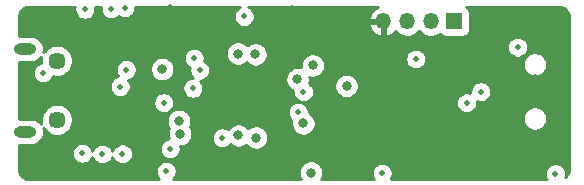
<source format=gbr>
%TF.GenerationSoftware,KiCad,Pcbnew,(5.1.8-0-10_14)*%
%TF.CreationDate,2021-04-16T18:19:52+02:00*%
%TF.ProjectId,SimpleCANAdapter,53696d70-6c65-4434-914e-416461707465,rev?*%
%TF.SameCoordinates,Original*%
%TF.FileFunction,Copper,L2,Inr*%
%TF.FilePolarity,Positive*%
%FSLAX46Y46*%
G04 Gerber Fmt 4.6, Leading zero omitted, Abs format (unit mm)*
G04 Created by KiCad (PCBNEW (5.1.8-0-10_14)) date 2021-04-16 18:19:52*
%MOMM*%
%LPD*%
G01*
G04 APERTURE LIST*
%TA.AperFunction,ComponentPad*%
%ADD10C,1.450000*%
%TD*%
%TA.AperFunction,ComponentPad*%
%ADD11O,1.900000X0.950000*%
%TD*%
%TA.AperFunction,ComponentPad*%
%ADD12R,1.350000X1.350000*%
%TD*%
%TA.AperFunction,ComponentPad*%
%ADD13O,1.350000X1.350000*%
%TD*%
%TA.AperFunction,ViaPad*%
%ADD14C,0.500000*%
%TD*%
%TA.AperFunction,ViaPad*%
%ADD15C,0.800000*%
%TD*%
%TA.AperFunction,Conductor*%
%ADD16C,0.254000*%
%TD*%
%TA.AperFunction,Conductor*%
%ADD17C,0.100000*%
%TD*%
G04 APERTURE END LIST*
D10*
%TO.N,N/C*%
%TO.C,J2*%
X71750000Y-86300000D03*
X71750000Y-91300000D03*
D11*
X69050000Y-85300000D03*
X69050000Y-92300000D03*
%TD*%
D12*
%TO.N,+3V3*%
%TO.C,J3*%
X105390000Y-82960000D03*
D13*
%TO.N,SWDIO*%
X103390000Y-82960000D03*
%TO.N,SWCLK*%
X101390000Y-82960000D03*
%TO.N,GNDREF*%
X99390000Y-82960000D03*
%TD*%
D14*
%TO.N,GNDREF*%
X110150000Y-95000000D03*
X95840000Y-95760000D03*
X72600000Y-84400000D03*
X112240000Y-87640000D03*
X73080000Y-92450000D03*
X74680000Y-92390000D03*
X73740000Y-86020000D03*
X76080000Y-86440000D03*
X79780000Y-81890000D03*
X75010002Y-83760000D03*
X88960000Y-95430000D03*
X86350000Y-84500000D03*
X102900000Y-92820000D03*
X78110000Y-94750000D03*
X79250000Y-94570000D03*
X106270000Y-87929996D03*
X71170000Y-95250000D03*
X102030000Y-87710000D03*
X91650000Y-81860000D03*
X92335991Y-82535991D03*
X100560000Y-94970000D03*
D15*
X86570000Y-87800000D03*
X86090000Y-90110000D03*
X87960000Y-90820000D03*
D14*
X83814990Y-93445000D03*
D15*
X87990000Y-87800000D03*
D14*
X81290000Y-81770000D03*
X88133616Y-96050740D03*
X109850000Y-86800000D03*
D15*
X70560000Y-90040000D03*
%TO.N,+3V3*%
X82160000Y-92500000D03*
D14*
X87600000Y-82550000D03*
X113950000Y-95850000D03*
D15*
X82070000Y-91380000D03*
D14*
X110740000Y-85140000D03*
X99277993Y-95802007D03*
X81320000Y-93750000D03*
X80999992Y-95660008D03*
X102110000Y-86150000D03*
D15*
X87070000Y-85690000D03*
X88550000Y-85750000D03*
X87110000Y-92620000D03*
X88610000Y-92800000D03*
X80660000Y-87000000D03*
D14*
%TO.N,+5V*%
X73890000Y-94140000D03*
X75590000Y-94190000D03*
X77290000Y-94180000D03*
X74110000Y-81950000D03*
X76330000Y-81880000D03*
X77090000Y-88480000D03*
X77480000Y-81830000D03*
D15*
%TO.N,BLUE_LED*%
X93250000Y-95762000D03*
X92100000Y-87860000D03*
D14*
%TO.N,Net-(F1-Pad2)*%
X70570000Y-87320000D03*
%TO.N,CAN_H*%
X106420000Y-89860000D03*
%TO.N,CAN_L*%
X107620000Y-88904990D03*
D15*
%TO.N,CAN_TX*%
X93403692Y-86697842D03*
%TO.N,CAN_RX*%
X96270000Y-88430000D03*
D14*
%TO.N,USART_RX*%
X83360000Y-86080000D03*
D15*
X92599990Y-91594620D03*
D14*
X85730000Y-92810000D03*
%TO.N,Net-(U4-Pad3)*%
X83826063Y-87093939D03*
X77610000Y-87040000D03*
%TO.N,Net-(U4-Pad4)*%
X83250000Y-88640000D03*
X80780000Y-89840000D03*
%TO.N,PIN3*%
X92160000Y-90640000D03*
X92615000Y-88915000D03*
%TD*%
D16*
%TO.N,GNDREF*%
X73225000Y-81862835D02*
X73225000Y-82037165D01*
X73259010Y-82208145D01*
X73325723Y-82369205D01*
X73422576Y-82514155D01*
X73545845Y-82637424D01*
X73690795Y-82734277D01*
X73851855Y-82800990D01*
X74022835Y-82835000D01*
X74197165Y-82835000D01*
X74368145Y-82800990D01*
X74529205Y-82734277D01*
X74674155Y-82637424D01*
X74797424Y-82514155D01*
X74894277Y-82369205D01*
X74960990Y-82208145D01*
X74995000Y-82037165D01*
X74995000Y-81862835D01*
X74969771Y-81736000D01*
X75456305Y-81736000D01*
X75445000Y-81792835D01*
X75445000Y-81967165D01*
X75479010Y-82138145D01*
X75545723Y-82299205D01*
X75642576Y-82444155D01*
X75765845Y-82567424D01*
X75910795Y-82664277D01*
X76071855Y-82730990D01*
X76242835Y-82765000D01*
X76417165Y-82765000D01*
X76588145Y-82730990D01*
X76749205Y-82664277D01*
X76894155Y-82567424D01*
X76932816Y-82528763D01*
X77060795Y-82614277D01*
X77221855Y-82680990D01*
X77392835Y-82715000D01*
X77567165Y-82715000D01*
X77738145Y-82680990D01*
X77899205Y-82614277D01*
X78044155Y-82517424D01*
X78167424Y-82394155D01*
X78264277Y-82249205D01*
X78330990Y-82088145D01*
X78365000Y-81917165D01*
X78365000Y-81742835D01*
X78363640Y-81736000D01*
X87252553Y-81736000D01*
X87180795Y-81765723D01*
X87035845Y-81862576D01*
X86912576Y-81985845D01*
X86815723Y-82130795D01*
X86749010Y-82291855D01*
X86715000Y-82462835D01*
X86715000Y-82637165D01*
X86749010Y-82808145D01*
X86815723Y-82969205D01*
X86912576Y-83114155D01*
X87035845Y-83237424D01*
X87180795Y-83334277D01*
X87341855Y-83400990D01*
X87512835Y-83435000D01*
X87687165Y-83435000D01*
X87858145Y-83400990D01*
X88019205Y-83334277D01*
X88086366Y-83289401D01*
X98122085Y-83289401D01*
X98210711Y-83530430D01*
X98344656Y-83749537D01*
X98518773Y-83938303D01*
X98726371Y-84089473D01*
X98959472Y-84197238D01*
X99060600Y-84227910D01*
X99263000Y-84104224D01*
X99263000Y-83087000D01*
X98244915Y-83087000D01*
X98122085Y-83289401D01*
X88086366Y-83289401D01*
X88164155Y-83237424D01*
X88287424Y-83114155D01*
X88384277Y-82969205D01*
X88450990Y-82808145D01*
X88485000Y-82637165D01*
X88485000Y-82462835D01*
X88450990Y-82291855D01*
X88384277Y-82130795D01*
X88287424Y-81985845D01*
X88164155Y-81862576D01*
X88019205Y-81765723D01*
X87947447Y-81736000D01*
X98930838Y-81736000D01*
X98726371Y-81830527D01*
X98518773Y-81981697D01*
X98344656Y-82170463D01*
X98210711Y-82389570D01*
X98122085Y-82630599D01*
X98244915Y-82833000D01*
X99263000Y-82833000D01*
X99263000Y-82813000D01*
X99517000Y-82813000D01*
X99517000Y-82833000D01*
X99537000Y-82833000D01*
X99537000Y-83087000D01*
X99517000Y-83087000D01*
X99517000Y-84104224D01*
X99719400Y-84227910D01*
X99820528Y-84197238D01*
X100053629Y-84089473D01*
X100261227Y-83938303D01*
X100383319Y-83805940D01*
X100554923Y-83977544D01*
X100769482Y-84120907D01*
X101007887Y-84219658D01*
X101260976Y-84270000D01*
X101519024Y-84270000D01*
X101772113Y-84219658D01*
X102010518Y-84120907D01*
X102225077Y-83977544D01*
X102390000Y-83812621D01*
X102554923Y-83977544D01*
X102769482Y-84120907D01*
X103007887Y-84219658D01*
X103260976Y-84270000D01*
X103519024Y-84270000D01*
X103772113Y-84219658D01*
X104010518Y-84120907D01*
X104192513Y-83999303D01*
X104263815Y-84086185D01*
X104360506Y-84165537D01*
X104470820Y-84224502D01*
X104590518Y-84260812D01*
X104715000Y-84273072D01*
X106065000Y-84273072D01*
X106189482Y-84260812D01*
X106309180Y-84224502D01*
X106419494Y-84165537D01*
X106516185Y-84086185D01*
X106595537Y-83989494D01*
X106654502Y-83879180D01*
X106690812Y-83759482D01*
X106703072Y-83635000D01*
X106703072Y-82285000D01*
X106690812Y-82160518D01*
X106654502Y-82040820D01*
X106595537Y-81930506D01*
X106516185Y-81833815D01*
X106419494Y-81754463D01*
X106384953Y-81736000D01*
X114265271Y-81736000D01*
X114452785Y-81754386D01*
X114599748Y-81798757D01*
X114735297Y-81870829D01*
X114854258Y-81967852D01*
X114952118Y-82086144D01*
X115025132Y-82221181D01*
X115070529Y-82367833D01*
X115090001Y-82553101D01*
X115090000Y-95491270D01*
X115071614Y-95678783D01*
X115027243Y-95825747D01*
X114955171Y-95961296D01*
X114858148Y-96080257D01*
X114788767Y-96137654D01*
X114800990Y-96108145D01*
X114835000Y-95937165D01*
X114835000Y-95762835D01*
X114800990Y-95591855D01*
X114734277Y-95430795D01*
X114637424Y-95285845D01*
X114514155Y-95162576D01*
X114369205Y-95065723D01*
X114208145Y-94999010D01*
X114037165Y-94965000D01*
X113862835Y-94965000D01*
X113691855Y-94999010D01*
X113530795Y-95065723D01*
X113385845Y-95162576D01*
X113262576Y-95285845D01*
X113165723Y-95430795D01*
X113099010Y-95591855D01*
X113065000Y-95762835D01*
X113065000Y-95937165D01*
X113099010Y-96108145D01*
X113165723Y-96269205D01*
X113196990Y-96315999D01*
X99998935Y-96315999D01*
X100062270Y-96221212D01*
X100128983Y-96060152D01*
X100162993Y-95889172D01*
X100162993Y-95714842D01*
X100128983Y-95543862D01*
X100062270Y-95382802D01*
X99965417Y-95237852D01*
X99842148Y-95114583D01*
X99697198Y-95017730D01*
X99536138Y-94951017D01*
X99365158Y-94917007D01*
X99190828Y-94917007D01*
X99019848Y-94951017D01*
X98858788Y-95017730D01*
X98713838Y-95114583D01*
X98590569Y-95237852D01*
X98493716Y-95382802D01*
X98427003Y-95543862D01*
X98392993Y-95714842D01*
X98392993Y-95889172D01*
X98427003Y-96060152D01*
X98493716Y-96221212D01*
X98557051Y-96315999D01*
X94124613Y-96315999D01*
X94167205Y-96252256D01*
X94245226Y-96063898D01*
X94285000Y-95863939D01*
X94285000Y-95660061D01*
X94245226Y-95460102D01*
X94167205Y-95271744D01*
X94053937Y-95102226D01*
X93909774Y-94958063D01*
X93740256Y-94844795D01*
X93551898Y-94766774D01*
X93351939Y-94727000D01*
X93148061Y-94727000D01*
X92948102Y-94766774D01*
X92759744Y-94844795D01*
X92590226Y-94958063D01*
X92446063Y-95102226D01*
X92332795Y-95271744D01*
X92254774Y-95460102D01*
X92215000Y-95660061D01*
X92215000Y-95863939D01*
X92254774Y-96063898D01*
X92332795Y-96252256D01*
X92375387Y-96315999D01*
X81595580Y-96315999D01*
X81687416Y-96224163D01*
X81784269Y-96079213D01*
X81850982Y-95918153D01*
X81884992Y-95747173D01*
X81884992Y-95572843D01*
X81850982Y-95401863D01*
X81784269Y-95240803D01*
X81687416Y-95095853D01*
X81564147Y-94972584D01*
X81419197Y-94875731D01*
X81258137Y-94809018D01*
X81087157Y-94775008D01*
X80912827Y-94775008D01*
X80741847Y-94809018D01*
X80580787Y-94875731D01*
X80435837Y-94972584D01*
X80312568Y-95095853D01*
X80215715Y-95240803D01*
X80149002Y-95401863D01*
X80114992Y-95572843D01*
X80114992Y-95747173D01*
X80149002Y-95918153D01*
X80215715Y-96079213D01*
X80312568Y-96224163D01*
X80404404Y-96315999D01*
X69334729Y-96315999D01*
X69147216Y-96297613D01*
X69000252Y-96253242D01*
X68864703Y-96181170D01*
X68745742Y-96084147D01*
X68647882Y-95965855D01*
X68574868Y-95830818D01*
X68529471Y-95684166D01*
X68510000Y-95498907D01*
X68510000Y-94052835D01*
X73005000Y-94052835D01*
X73005000Y-94227165D01*
X73039010Y-94398145D01*
X73105723Y-94559205D01*
X73202576Y-94704155D01*
X73325845Y-94827424D01*
X73470795Y-94924277D01*
X73631855Y-94990990D01*
X73802835Y-95025000D01*
X73977165Y-95025000D01*
X74148145Y-94990990D01*
X74309205Y-94924277D01*
X74454155Y-94827424D01*
X74577424Y-94704155D01*
X74674277Y-94559205D01*
X74732933Y-94417596D01*
X74739010Y-94448145D01*
X74805723Y-94609205D01*
X74902576Y-94754155D01*
X75025845Y-94877424D01*
X75170795Y-94974277D01*
X75331855Y-95040990D01*
X75502835Y-95075000D01*
X75677165Y-95075000D01*
X75848145Y-95040990D01*
X76009205Y-94974277D01*
X76154155Y-94877424D01*
X76277424Y-94754155D01*
X76374277Y-94609205D01*
X76440990Y-94448145D01*
X76441691Y-94444619D01*
X76505723Y-94599205D01*
X76602576Y-94744155D01*
X76725845Y-94867424D01*
X76870795Y-94964277D01*
X77031855Y-95030990D01*
X77202835Y-95065000D01*
X77377165Y-95065000D01*
X77548145Y-95030990D01*
X77709205Y-94964277D01*
X77854155Y-94867424D01*
X77977424Y-94744155D01*
X78074277Y-94599205D01*
X78140990Y-94438145D01*
X78175000Y-94267165D01*
X78175000Y-94092835D01*
X78140990Y-93921855D01*
X78074277Y-93760795D01*
X78008822Y-93662835D01*
X80435000Y-93662835D01*
X80435000Y-93837165D01*
X80469010Y-94008145D01*
X80535723Y-94169205D01*
X80632576Y-94314155D01*
X80755845Y-94437424D01*
X80900795Y-94534277D01*
X81061855Y-94600990D01*
X81232835Y-94635000D01*
X81407165Y-94635000D01*
X81578145Y-94600990D01*
X81739205Y-94534277D01*
X81884155Y-94437424D01*
X82007424Y-94314155D01*
X82104277Y-94169205D01*
X82170990Y-94008145D01*
X82205000Y-93837165D01*
X82205000Y-93662835D01*
X82179572Y-93535000D01*
X82261939Y-93535000D01*
X82461898Y-93495226D01*
X82650256Y-93417205D01*
X82819774Y-93303937D01*
X82963937Y-93159774D01*
X83077205Y-92990256D01*
X83155226Y-92801898D01*
X83170952Y-92722835D01*
X84845000Y-92722835D01*
X84845000Y-92897165D01*
X84879010Y-93068145D01*
X84945723Y-93229205D01*
X85042576Y-93374155D01*
X85165845Y-93497424D01*
X85310795Y-93594277D01*
X85471855Y-93660990D01*
X85642835Y-93695000D01*
X85817165Y-93695000D01*
X85988145Y-93660990D01*
X86149205Y-93594277D01*
X86294155Y-93497424D01*
X86408934Y-93382645D01*
X86450226Y-93423937D01*
X86619744Y-93537205D01*
X86808102Y-93615226D01*
X87008061Y-93655000D01*
X87211939Y-93655000D01*
X87411898Y-93615226D01*
X87600256Y-93537205D01*
X87769774Y-93423937D01*
X87777173Y-93416538D01*
X87806063Y-93459774D01*
X87950226Y-93603937D01*
X88119744Y-93717205D01*
X88308102Y-93795226D01*
X88508061Y-93835000D01*
X88711939Y-93835000D01*
X88911898Y-93795226D01*
X89100256Y-93717205D01*
X89269774Y-93603937D01*
X89413937Y-93459774D01*
X89527205Y-93290256D01*
X89605226Y-93101898D01*
X89645000Y-92901939D01*
X89645000Y-92698061D01*
X89605226Y-92498102D01*
X89527205Y-92309744D01*
X89413937Y-92140226D01*
X89269774Y-91996063D01*
X89100256Y-91882795D01*
X88911898Y-91804774D01*
X88711939Y-91765000D01*
X88508061Y-91765000D01*
X88308102Y-91804774D01*
X88119744Y-91882795D01*
X87950226Y-91996063D01*
X87942827Y-92003462D01*
X87913937Y-91960226D01*
X87769774Y-91816063D01*
X87600256Y-91702795D01*
X87411898Y-91624774D01*
X87211939Y-91585000D01*
X87008061Y-91585000D01*
X86808102Y-91624774D01*
X86619744Y-91702795D01*
X86450226Y-91816063D01*
X86306063Y-91960226D01*
X86227392Y-92077966D01*
X86149205Y-92025723D01*
X85988145Y-91959010D01*
X85817165Y-91925000D01*
X85642835Y-91925000D01*
X85471855Y-91959010D01*
X85310795Y-92025723D01*
X85165845Y-92122576D01*
X85042576Y-92245845D01*
X84945723Y-92390795D01*
X84879010Y-92551855D01*
X84845000Y-92722835D01*
X83170952Y-92722835D01*
X83195000Y-92601939D01*
X83195000Y-92398061D01*
X83155226Y-92198102D01*
X83077205Y-92009744D01*
X82985604Y-91872653D01*
X82987205Y-91870256D01*
X83065226Y-91681898D01*
X83105000Y-91481939D01*
X83105000Y-91278061D01*
X83065226Y-91078102D01*
X82987205Y-90889744D01*
X82873937Y-90720226D01*
X82729774Y-90576063D01*
X82695011Y-90552835D01*
X91275000Y-90552835D01*
X91275000Y-90727165D01*
X91309010Y-90898145D01*
X91375723Y-91059205D01*
X91472576Y-91204155D01*
X91595845Y-91327424D01*
X91597625Y-91328613D01*
X91564990Y-91492681D01*
X91564990Y-91696559D01*
X91604764Y-91896518D01*
X91682785Y-92084876D01*
X91796053Y-92254394D01*
X91940216Y-92398557D01*
X92109734Y-92511825D01*
X92298092Y-92589846D01*
X92498051Y-92629620D01*
X92701929Y-92629620D01*
X92901888Y-92589846D01*
X93090246Y-92511825D01*
X93259764Y-92398557D01*
X93403927Y-92254394D01*
X93517195Y-92084876D01*
X93595216Y-91896518D01*
X93634990Y-91696559D01*
X93634990Y-91492681D01*
X93595216Y-91292722D01*
X93517195Y-91104364D01*
X93512984Y-91098061D01*
X111165000Y-91098061D01*
X111165000Y-91301939D01*
X111204774Y-91501898D01*
X111282795Y-91690256D01*
X111396063Y-91859774D01*
X111540226Y-92003937D01*
X111709744Y-92117205D01*
X111898102Y-92195226D01*
X112098061Y-92235000D01*
X112301939Y-92235000D01*
X112501898Y-92195226D01*
X112690256Y-92117205D01*
X112859774Y-92003937D01*
X113003937Y-91859774D01*
X113117205Y-91690256D01*
X113195226Y-91501898D01*
X113235000Y-91301939D01*
X113235000Y-91098061D01*
X113195226Y-90898102D01*
X113117205Y-90709744D01*
X113003937Y-90540226D01*
X112859774Y-90396063D01*
X112690256Y-90282795D01*
X112501898Y-90204774D01*
X112301939Y-90165000D01*
X112098061Y-90165000D01*
X111898102Y-90204774D01*
X111709744Y-90282795D01*
X111540226Y-90396063D01*
X111396063Y-90540226D01*
X111282795Y-90709744D01*
X111204774Y-90898102D01*
X111165000Y-91098061D01*
X93512984Y-91098061D01*
X93403927Y-90934846D01*
X93259764Y-90790683D01*
X93090246Y-90677415D01*
X93045000Y-90658673D01*
X93045000Y-90552835D01*
X93010990Y-90381855D01*
X92944277Y-90220795D01*
X92847424Y-90075845D01*
X92724155Y-89952576D01*
X92579205Y-89855723D01*
X92418145Y-89789010D01*
X92247165Y-89755000D01*
X92072835Y-89755000D01*
X91901855Y-89789010D01*
X91740795Y-89855723D01*
X91595845Y-89952576D01*
X91472576Y-90075845D01*
X91375723Y-90220795D01*
X91309010Y-90381855D01*
X91275000Y-90552835D01*
X82695011Y-90552835D01*
X82560256Y-90462795D01*
X82371898Y-90384774D01*
X82171939Y-90345000D01*
X81968061Y-90345000D01*
X81768102Y-90384774D01*
X81579744Y-90462795D01*
X81410226Y-90576063D01*
X81266063Y-90720226D01*
X81152795Y-90889744D01*
X81074774Y-91078102D01*
X81035000Y-91278061D01*
X81035000Y-91481939D01*
X81074774Y-91681898D01*
X81152795Y-91870256D01*
X81244396Y-92007347D01*
X81242795Y-92009744D01*
X81164774Y-92198102D01*
X81125000Y-92398061D01*
X81125000Y-92601939D01*
X81164774Y-92801898D01*
X81194103Y-92872704D01*
X81061855Y-92899010D01*
X80900795Y-92965723D01*
X80755845Y-93062576D01*
X80632576Y-93185845D01*
X80535723Y-93330795D01*
X80469010Y-93491855D01*
X80435000Y-93662835D01*
X78008822Y-93662835D01*
X77977424Y-93615845D01*
X77854155Y-93492576D01*
X77709205Y-93395723D01*
X77548145Y-93329010D01*
X77377165Y-93295000D01*
X77202835Y-93295000D01*
X77031855Y-93329010D01*
X76870795Y-93395723D01*
X76725845Y-93492576D01*
X76602576Y-93615845D01*
X76505723Y-93760795D01*
X76439010Y-93921855D01*
X76438309Y-93925381D01*
X76374277Y-93770795D01*
X76277424Y-93625845D01*
X76154155Y-93502576D01*
X76009205Y-93405723D01*
X75848145Y-93339010D01*
X75677165Y-93305000D01*
X75502835Y-93305000D01*
X75331855Y-93339010D01*
X75170795Y-93405723D01*
X75025845Y-93502576D01*
X74902576Y-93625845D01*
X74805723Y-93770795D01*
X74747067Y-93912404D01*
X74740990Y-93881855D01*
X74674277Y-93720795D01*
X74577424Y-93575845D01*
X74454155Y-93452576D01*
X74309205Y-93355723D01*
X74148145Y-93289010D01*
X73977165Y-93255000D01*
X73802835Y-93255000D01*
X73631855Y-93289010D01*
X73470795Y-93355723D01*
X73325845Y-93452576D01*
X73202576Y-93575845D01*
X73105723Y-93720795D01*
X73039010Y-93881855D01*
X73005000Y-94052835D01*
X68510000Y-94052835D01*
X68510000Y-93408968D01*
X68520479Y-93410000D01*
X69579521Y-93410000D01*
X69742598Y-93393938D01*
X69951834Y-93330468D01*
X70144666Y-93227396D01*
X70313686Y-93088686D01*
X70452396Y-92919666D01*
X70555468Y-92726834D01*
X70618938Y-92517598D01*
X70640370Y-92300000D01*
X70618938Y-92082402D01*
X70603815Y-92032547D01*
X70693619Y-92166949D01*
X70883051Y-92356381D01*
X71105799Y-92505216D01*
X71353303Y-92607736D01*
X71616052Y-92660000D01*
X71883948Y-92660000D01*
X72146697Y-92607736D01*
X72394201Y-92505216D01*
X72616949Y-92356381D01*
X72806381Y-92166949D01*
X72955216Y-91944201D01*
X73057736Y-91696697D01*
X73110000Y-91433948D01*
X73110000Y-91166052D01*
X73057736Y-90903303D01*
X72955216Y-90655799D01*
X72806381Y-90433051D01*
X72616949Y-90243619D01*
X72394201Y-90094784D01*
X72146697Y-89992264D01*
X71883948Y-89940000D01*
X71616052Y-89940000D01*
X71353303Y-89992264D01*
X71105799Y-90094784D01*
X70883051Y-90243619D01*
X70693619Y-90433051D01*
X70544784Y-90655799D01*
X70442264Y-90903303D01*
X70390000Y-91166052D01*
X70390000Y-91433948D01*
X70434727Y-91658803D01*
X70313686Y-91511314D01*
X70144666Y-91372604D01*
X69951834Y-91269532D01*
X69742598Y-91206062D01*
X69579521Y-91190000D01*
X68520479Y-91190000D01*
X68510000Y-91191032D01*
X68510000Y-89752835D01*
X79895000Y-89752835D01*
X79895000Y-89927165D01*
X79929010Y-90098145D01*
X79995723Y-90259205D01*
X80092576Y-90404155D01*
X80215845Y-90527424D01*
X80360795Y-90624277D01*
X80521855Y-90690990D01*
X80692835Y-90725000D01*
X80867165Y-90725000D01*
X81038145Y-90690990D01*
X81199205Y-90624277D01*
X81344155Y-90527424D01*
X81467424Y-90404155D01*
X81564277Y-90259205D01*
X81630990Y-90098145D01*
X81665000Y-89927165D01*
X81665000Y-89752835D01*
X81630990Y-89581855D01*
X81564277Y-89420795D01*
X81467424Y-89275845D01*
X81344155Y-89152576D01*
X81199205Y-89055723D01*
X81038145Y-88989010D01*
X80867165Y-88955000D01*
X80692835Y-88955000D01*
X80521855Y-88989010D01*
X80360795Y-89055723D01*
X80215845Y-89152576D01*
X80092576Y-89275845D01*
X79995723Y-89420795D01*
X79929010Y-89581855D01*
X79895000Y-89752835D01*
X68510000Y-89752835D01*
X68510000Y-88392835D01*
X76205000Y-88392835D01*
X76205000Y-88567165D01*
X76239010Y-88738145D01*
X76305723Y-88899205D01*
X76402576Y-89044155D01*
X76525845Y-89167424D01*
X76670795Y-89264277D01*
X76831855Y-89330990D01*
X77002835Y-89365000D01*
X77177165Y-89365000D01*
X77348145Y-89330990D01*
X77509205Y-89264277D01*
X77654155Y-89167424D01*
X77777424Y-89044155D01*
X77874277Y-88899205D01*
X77940990Y-88738145D01*
X77975000Y-88567165D01*
X77975000Y-88552835D01*
X82365000Y-88552835D01*
X82365000Y-88727165D01*
X82399010Y-88898145D01*
X82465723Y-89059205D01*
X82562576Y-89204155D01*
X82685845Y-89327424D01*
X82830795Y-89424277D01*
X82991855Y-89490990D01*
X83162835Y-89525000D01*
X83337165Y-89525000D01*
X83508145Y-89490990D01*
X83669205Y-89424277D01*
X83814155Y-89327424D01*
X83937424Y-89204155D01*
X84034277Y-89059205D01*
X84100990Y-88898145D01*
X84135000Y-88727165D01*
X84135000Y-88552835D01*
X84100990Y-88381855D01*
X84034277Y-88220795D01*
X83937424Y-88075845D01*
X83840518Y-87978939D01*
X83913228Y-87978939D01*
X84084208Y-87944929D01*
X84245268Y-87878216D01*
X84390218Y-87781363D01*
X84413520Y-87758061D01*
X91065000Y-87758061D01*
X91065000Y-87961939D01*
X91104774Y-88161898D01*
X91182795Y-88350256D01*
X91296063Y-88519774D01*
X91440226Y-88663937D01*
X91609744Y-88777205D01*
X91730150Y-88827079D01*
X91730000Y-88827835D01*
X91730000Y-89002165D01*
X91764010Y-89173145D01*
X91830723Y-89334205D01*
X91927576Y-89479155D01*
X92050845Y-89602424D01*
X92195795Y-89699277D01*
X92356855Y-89765990D01*
X92527835Y-89800000D01*
X92702165Y-89800000D01*
X92838732Y-89772835D01*
X105535000Y-89772835D01*
X105535000Y-89947165D01*
X105569010Y-90118145D01*
X105635723Y-90279205D01*
X105732576Y-90424155D01*
X105855845Y-90547424D01*
X106000795Y-90644277D01*
X106161855Y-90710990D01*
X106332835Y-90745000D01*
X106507165Y-90745000D01*
X106678145Y-90710990D01*
X106839205Y-90644277D01*
X106984155Y-90547424D01*
X107107424Y-90424155D01*
X107204277Y-90279205D01*
X107270990Y-90118145D01*
X107305000Y-89947165D01*
X107305000Y-89772835D01*
X107296241Y-89728802D01*
X107361855Y-89755980D01*
X107532835Y-89789990D01*
X107707165Y-89789990D01*
X107878145Y-89755980D01*
X108039205Y-89689267D01*
X108184155Y-89592414D01*
X108307424Y-89469145D01*
X108404277Y-89324195D01*
X108470990Y-89163135D01*
X108505000Y-88992155D01*
X108505000Y-88817825D01*
X108470990Y-88646845D01*
X108404277Y-88485785D01*
X108307424Y-88340835D01*
X108184155Y-88217566D01*
X108039205Y-88120713D01*
X107878145Y-88054000D01*
X107707165Y-88019990D01*
X107532835Y-88019990D01*
X107361855Y-88054000D01*
X107200795Y-88120713D01*
X107055845Y-88217566D01*
X106932576Y-88340835D01*
X106835723Y-88485785D01*
X106769010Y-88646845D01*
X106735000Y-88817825D01*
X106735000Y-88992155D01*
X106743759Y-89036188D01*
X106678145Y-89009010D01*
X106507165Y-88975000D01*
X106332835Y-88975000D01*
X106161855Y-89009010D01*
X106000795Y-89075723D01*
X105855845Y-89172576D01*
X105732576Y-89295845D01*
X105635723Y-89440795D01*
X105569010Y-89601855D01*
X105535000Y-89772835D01*
X92838732Y-89772835D01*
X92873145Y-89765990D01*
X93034205Y-89699277D01*
X93179155Y-89602424D01*
X93302424Y-89479155D01*
X93399277Y-89334205D01*
X93465990Y-89173145D01*
X93500000Y-89002165D01*
X93500000Y-88827835D01*
X93465990Y-88656855D01*
X93399277Y-88495795D01*
X93302424Y-88350845D01*
X93279640Y-88328061D01*
X95235000Y-88328061D01*
X95235000Y-88531939D01*
X95274774Y-88731898D01*
X95352795Y-88920256D01*
X95466063Y-89089774D01*
X95610226Y-89233937D01*
X95779744Y-89347205D01*
X95968102Y-89425226D01*
X96168061Y-89465000D01*
X96371939Y-89465000D01*
X96571898Y-89425226D01*
X96760256Y-89347205D01*
X96929774Y-89233937D01*
X97073937Y-89089774D01*
X97187205Y-88920256D01*
X97265226Y-88731898D01*
X97305000Y-88531939D01*
X97305000Y-88328061D01*
X97265226Y-88128102D01*
X97187205Y-87939744D01*
X97073937Y-87770226D01*
X96929774Y-87626063D01*
X96760256Y-87512795D01*
X96571898Y-87434774D01*
X96371939Y-87395000D01*
X96168061Y-87395000D01*
X95968102Y-87434774D01*
X95779744Y-87512795D01*
X95610226Y-87626063D01*
X95466063Y-87770226D01*
X95352795Y-87939744D01*
X95274774Y-88128102D01*
X95235000Y-88328061D01*
X93279640Y-88328061D01*
X93179155Y-88227576D01*
X93092112Y-88169416D01*
X93095226Y-88161898D01*
X93135000Y-87961939D01*
X93135000Y-87758061D01*
X93122908Y-87697268D01*
X93301753Y-87732842D01*
X93505631Y-87732842D01*
X93705590Y-87693068D01*
X93893948Y-87615047D01*
X94063466Y-87501779D01*
X94207629Y-87357616D01*
X94320897Y-87188098D01*
X94398918Y-86999740D01*
X94438692Y-86799781D01*
X94438692Y-86595903D01*
X94398918Y-86395944D01*
X94320897Y-86207586D01*
X94224178Y-86062835D01*
X101225000Y-86062835D01*
X101225000Y-86237165D01*
X101259010Y-86408145D01*
X101325723Y-86569205D01*
X101422576Y-86714155D01*
X101545845Y-86837424D01*
X101690795Y-86934277D01*
X101851855Y-87000990D01*
X102022835Y-87035000D01*
X102197165Y-87035000D01*
X102368145Y-87000990D01*
X102529205Y-86934277D01*
X102674155Y-86837424D01*
X102797424Y-86714155D01*
X102894277Y-86569205D01*
X102923745Y-86498061D01*
X111165000Y-86498061D01*
X111165000Y-86701939D01*
X111204774Y-86901898D01*
X111282795Y-87090256D01*
X111396063Y-87259774D01*
X111540226Y-87403937D01*
X111709744Y-87517205D01*
X111898102Y-87595226D01*
X112098061Y-87635000D01*
X112301939Y-87635000D01*
X112501898Y-87595226D01*
X112690256Y-87517205D01*
X112859774Y-87403937D01*
X113003937Y-87259774D01*
X113117205Y-87090256D01*
X113195226Y-86901898D01*
X113235000Y-86701939D01*
X113235000Y-86498061D01*
X113195226Y-86298102D01*
X113117205Y-86109744D01*
X113003937Y-85940226D01*
X112859774Y-85796063D01*
X112690256Y-85682795D01*
X112501898Y-85604774D01*
X112301939Y-85565000D01*
X112098061Y-85565000D01*
X111898102Y-85604774D01*
X111709744Y-85682795D01*
X111540226Y-85796063D01*
X111396063Y-85940226D01*
X111282795Y-86109744D01*
X111204774Y-86298102D01*
X111165000Y-86498061D01*
X102923745Y-86498061D01*
X102960990Y-86408145D01*
X102995000Y-86237165D01*
X102995000Y-86062835D01*
X102960990Y-85891855D01*
X102894277Y-85730795D01*
X102797424Y-85585845D01*
X102674155Y-85462576D01*
X102529205Y-85365723D01*
X102368145Y-85299010D01*
X102197165Y-85265000D01*
X102022835Y-85265000D01*
X101851855Y-85299010D01*
X101690795Y-85365723D01*
X101545845Y-85462576D01*
X101422576Y-85585845D01*
X101325723Y-85730795D01*
X101259010Y-85891855D01*
X101225000Y-86062835D01*
X94224178Y-86062835D01*
X94207629Y-86038068D01*
X94063466Y-85893905D01*
X93893948Y-85780637D01*
X93705590Y-85702616D01*
X93505631Y-85662842D01*
X93301753Y-85662842D01*
X93101794Y-85702616D01*
X92913436Y-85780637D01*
X92743918Y-85893905D01*
X92599755Y-86038068D01*
X92486487Y-86207586D01*
X92408466Y-86395944D01*
X92368692Y-86595903D01*
X92368692Y-86799781D01*
X92380784Y-86860574D01*
X92201939Y-86825000D01*
X91998061Y-86825000D01*
X91798102Y-86864774D01*
X91609744Y-86942795D01*
X91440226Y-87056063D01*
X91296063Y-87200226D01*
X91182795Y-87369744D01*
X91104774Y-87558102D01*
X91065000Y-87758061D01*
X84413520Y-87758061D01*
X84513487Y-87658094D01*
X84610340Y-87513144D01*
X84677053Y-87352084D01*
X84711063Y-87181104D01*
X84711063Y-87006774D01*
X84677053Y-86835794D01*
X84610340Y-86674734D01*
X84513487Y-86529784D01*
X84390218Y-86406515D01*
X84245268Y-86309662D01*
X84218834Y-86298713D01*
X84245000Y-86167165D01*
X84245000Y-85992835D01*
X84210990Y-85821855D01*
X84144277Y-85660795D01*
X84095678Y-85588061D01*
X86035000Y-85588061D01*
X86035000Y-85791939D01*
X86074774Y-85991898D01*
X86152795Y-86180256D01*
X86266063Y-86349774D01*
X86410226Y-86493937D01*
X86579744Y-86607205D01*
X86768102Y-86685226D01*
X86968061Y-86725000D01*
X87171939Y-86725000D01*
X87371898Y-86685226D01*
X87560256Y-86607205D01*
X87729774Y-86493937D01*
X87780000Y-86443711D01*
X87890226Y-86553937D01*
X88059744Y-86667205D01*
X88248102Y-86745226D01*
X88448061Y-86785000D01*
X88651939Y-86785000D01*
X88851898Y-86745226D01*
X89040256Y-86667205D01*
X89209774Y-86553937D01*
X89353937Y-86409774D01*
X89467205Y-86240256D01*
X89545226Y-86051898D01*
X89585000Y-85851939D01*
X89585000Y-85648061D01*
X89545226Y-85448102D01*
X89467205Y-85259744D01*
X89353937Y-85090226D01*
X89316546Y-85052835D01*
X109855000Y-85052835D01*
X109855000Y-85227165D01*
X109889010Y-85398145D01*
X109955723Y-85559205D01*
X110052576Y-85704155D01*
X110175845Y-85827424D01*
X110320795Y-85924277D01*
X110481855Y-85990990D01*
X110652835Y-86025000D01*
X110827165Y-86025000D01*
X110998145Y-85990990D01*
X111159205Y-85924277D01*
X111304155Y-85827424D01*
X111427424Y-85704155D01*
X111524277Y-85559205D01*
X111590990Y-85398145D01*
X111625000Y-85227165D01*
X111625000Y-85052835D01*
X111590990Y-84881855D01*
X111524277Y-84720795D01*
X111427424Y-84575845D01*
X111304155Y-84452576D01*
X111159205Y-84355723D01*
X110998145Y-84289010D01*
X110827165Y-84255000D01*
X110652835Y-84255000D01*
X110481855Y-84289010D01*
X110320795Y-84355723D01*
X110175845Y-84452576D01*
X110052576Y-84575845D01*
X109955723Y-84720795D01*
X109889010Y-84881855D01*
X109855000Y-85052835D01*
X89316546Y-85052835D01*
X89209774Y-84946063D01*
X89040256Y-84832795D01*
X88851898Y-84754774D01*
X88651939Y-84715000D01*
X88448061Y-84715000D01*
X88248102Y-84754774D01*
X88059744Y-84832795D01*
X87890226Y-84946063D01*
X87840000Y-84996289D01*
X87729774Y-84886063D01*
X87560256Y-84772795D01*
X87371898Y-84694774D01*
X87171939Y-84655000D01*
X86968061Y-84655000D01*
X86768102Y-84694774D01*
X86579744Y-84772795D01*
X86410226Y-84886063D01*
X86266063Y-85030226D01*
X86152795Y-85199744D01*
X86074774Y-85388102D01*
X86035000Y-85588061D01*
X84095678Y-85588061D01*
X84047424Y-85515845D01*
X83924155Y-85392576D01*
X83779205Y-85295723D01*
X83618145Y-85229010D01*
X83447165Y-85195000D01*
X83272835Y-85195000D01*
X83101855Y-85229010D01*
X82940795Y-85295723D01*
X82795845Y-85392576D01*
X82672576Y-85515845D01*
X82575723Y-85660795D01*
X82509010Y-85821855D01*
X82475000Y-85992835D01*
X82475000Y-86167165D01*
X82509010Y-86338145D01*
X82575723Y-86499205D01*
X82672576Y-86644155D01*
X82795845Y-86767424D01*
X82940795Y-86864277D01*
X82967229Y-86875226D01*
X82941063Y-87006774D01*
X82941063Y-87181104D01*
X82975073Y-87352084D01*
X83041786Y-87513144D01*
X83138639Y-87658094D01*
X83235545Y-87755000D01*
X83162835Y-87755000D01*
X82991855Y-87789010D01*
X82830795Y-87855723D01*
X82685845Y-87952576D01*
X82562576Y-88075845D01*
X82465723Y-88220795D01*
X82399010Y-88381855D01*
X82365000Y-88552835D01*
X77975000Y-88552835D01*
X77975000Y-88392835D01*
X77940990Y-88221855D01*
X77874277Y-88060795D01*
X77777424Y-87915845D01*
X77771744Y-87910165D01*
X77868145Y-87890990D01*
X78029205Y-87824277D01*
X78174155Y-87727424D01*
X78297424Y-87604155D01*
X78394277Y-87459205D01*
X78460990Y-87298145D01*
X78495000Y-87127165D01*
X78495000Y-86952835D01*
X78484105Y-86898061D01*
X79625000Y-86898061D01*
X79625000Y-87101939D01*
X79664774Y-87301898D01*
X79742795Y-87490256D01*
X79856063Y-87659774D01*
X80000226Y-87803937D01*
X80169744Y-87917205D01*
X80358102Y-87995226D01*
X80558061Y-88035000D01*
X80761939Y-88035000D01*
X80961898Y-87995226D01*
X81150256Y-87917205D01*
X81319774Y-87803937D01*
X81463937Y-87659774D01*
X81577205Y-87490256D01*
X81655226Y-87301898D01*
X81695000Y-87101939D01*
X81695000Y-86898061D01*
X81655226Y-86698102D01*
X81577205Y-86509744D01*
X81463937Y-86340226D01*
X81319774Y-86196063D01*
X81150256Y-86082795D01*
X80961898Y-86004774D01*
X80761939Y-85965000D01*
X80558061Y-85965000D01*
X80358102Y-86004774D01*
X80169744Y-86082795D01*
X80000226Y-86196063D01*
X79856063Y-86340226D01*
X79742795Y-86509744D01*
X79664774Y-86698102D01*
X79625000Y-86898061D01*
X78484105Y-86898061D01*
X78460990Y-86781855D01*
X78394277Y-86620795D01*
X78297424Y-86475845D01*
X78174155Y-86352576D01*
X78029205Y-86255723D01*
X77868145Y-86189010D01*
X77697165Y-86155000D01*
X77522835Y-86155000D01*
X77351855Y-86189010D01*
X77190795Y-86255723D01*
X77045845Y-86352576D01*
X76922576Y-86475845D01*
X76825723Y-86620795D01*
X76759010Y-86781855D01*
X76725000Y-86952835D01*
X76725000Y-87127165D01*
X76759010Y-87298145D01*
X76825723Y-87459205D01*
X76922576Y-87604155D01*
X76928256Y-87609835D01*
X76831855Y-87629010D01*
X76670795Y-87695723D01*
X76525845Y-87792576D01*
X76402576Y-87915845D01*
X76305723Y-88060795D01*
X76239010Y-88221855D01*
X76205000Y-88392835D01*
X68510000Y-88392835D01*
X68510000Y-86408968D01*
X68520479Y-86410000D01*
X69579521Y-86410000D01*
X69742598Y-86393938D01*
X69951834Y-86330468D01*
X70144666Y-86227396D01*
X70313686Y-86088686D01*
X70434727Y-85941197D01*
X70390000Y-86166052D01*
X70390000Y-86433948D01*
X70393735Y-86452723D01*
X70311855Y-86469010D01*
X70150795Y-86535723D01*
X70005845Y-86632576D01*
X69882576Y-86755845D01*
X69785723Y-86900795D01*
X69719010Y-87061855D01*
X69685000Y-87232835D01*
X69685000Y-87407165D01*
X69719010Y-87578145D01*
X69785723Y-87739205D01*
X69882576Y-87884155D01*
X70005845Y-88007424D01*
X70150795Y-88104277D01*
X70311855Y-88170990D01*
X70482835Y-88205000D01*
X70657165Y-88205000D01*
X70828145Y-88170990D01*
X70989205Y-88104277D01*
X71134155Y-88007424D01*
X71257424Y-87884155D01*
X71354277Y-87739205D01*
X71404514Y-87617922D01*
X71616052Y-87660000D01*
X71883948Y-87660000D01*
X72146697Y-87607736D01*
X72394201Y-87505216D01*
X72616949Y-87356381D01*
X72806381Y-87166949D01*
X72955216Y-86944201D01*
X73057736Y-86696697D01*
X73110000Y-86433948D01*
X73110000Y-86166052D01*
X73057736Y-85903303D01*
X72955216Y-85655799D01*
X72806381Y-85433051D01*
X72616949Y-85243619D01*
X72394201Y-85094784D01*
X72146697Y-84992264D01*
X71883948Y-84940000D01*
X71616052Y-84940000D01*
X71353303Y-84992264D01*
X71105799Y-85094784D01*
X70883051Y-85243619D01*
X70693619Y-85433051D01*
X70603815Y-85567453D01*
X70618938Y-85517598D01*
X70640370Y-85300000D01*
X70618938Y-85082402D01*
X70555468Y-84873166D01*
X70452396Y-84680334D01*
X70313686Y-84511314D01*
X70144666Y-84372604D01*
X69951834Y-84269532D01*
X69742598Y-84206062D01*
X69579521Y-84190000D01*
X68520479Y-84190000D01*
X68510000Y-84191032D01*
X68510000Y-82560726D01*
X68528385Y-82373218D01*
X68572757Y-82226250D01*
X68644827Y-82090706D01*
X68741853Y-81971740D01*
X68860143Y-81873882D01*
X68995181Y-81800867D01*
X69141833Y-81755471D01*
X69327092Y-81736000D01*
X73250229Y-81736000D01*
X73225000Y-81862835D01*
%TA.AperFunction,Conductor*%
D17*
G36*
X73225000Y-81862835D02*
G01*
X73225000Y-82037165D01*
X73259010Y-82208145D01*
X73325723Y-82369205D01*
X73422576Y-82514155D01*
X73545845Y-82637424D01*
X73690795Y-82734277D01*
X73851855Y-82800990D01*
X74022835Y-82835000D01*
X74197165Y-82835000D01*
X74368145Y-82800990D01*
X74529205Y-82734277D01*
X74674155Y-82637424D01*
X74797424Y-82514155D01*
X74894277Y-82369205D01*
X74960990Y-82208145D01*
X74995000Y-82037165D01*
X74995000Y-81862835D01*
X74969771Y-81736000D01*
X75456305Y-81736000D01*
X75445000Y-81792835D01*
X75445000Y-81967165D01*
X75479010Y-82138145D01*
X75545723Y-82299205D01*
X75642576Y-82444155D01*
X75765845Y-82567424D01*
X75910795Y-82664277D01*
X76071855Y-82730990D01*
X76242835Y-82765000D01*
X76417165Y-82765000D01*
X76588145Y-82730990D01*
X76749205Y-82664277D01*
X76894155Y-82567424D01*
X76932816Y-82528763D01*
X77060795Y-82614277D01*
X77221855Y-82680990D01*
X77392835Y-82715000D01*
X77567165Y-82715000D01*
X77738145Y-82680990D01*
X77899205Y-82614277D01*
X78044155Y-82517424D01*
X78167424Y-82394155D01*
X78264277Y-82249205D01*
X78330990Y-82088145D01*
X78365000Y-81917165D01*
X78365000Y-81742835D01*
X78363640Y-81736000D01*
X87252553Y-81736000D01*
X87180795Y-81765723D01*
X87035845Y-81862576D01*
X86912576Y-81985845D01*
X86815723Y-82130795D01*
X86749010Y-82291855D01*
X86715000Y-82462835D01*
X86715000Y-82637165D01*
X86749010Y-82808145D01*
X86815723Y-82969205D01*
X86912576Y-83114155D01*
X87035845Y-83237424D01*
X87180795Y-83334277D01*
X87341855Y-83400990D01*
X87512835Y-83435000D01*
X87687165Y-83435000D01*
X87858145Y-83400990D01*
X88019205Y-83334277D01*
X88086366Y-83289401D01*
X98122085Y-83289401D01*
X98210711Y-83530430D01*
X98344656Y-83749537D01*
X98518773Y-83938303D01*
X98726371Y-84089473D01*
X98959472Y-84197238D01*
X99060600Y-84227910D01*
X99263000Y-84104224D01*
X99263000Y-83087000D01*
X98244915Y-83087000D01*
X98122085Y-83289401D01*
X88086366Y-83289401D01*
X88164155Y-83237424D01*
X88287424Y-83114155D01*
X88384277Y-82969205D01*
X88450990Y-82808145D01*
X88485000Y-82637165D01*
X88485000Y-82462835D01*
X88450990Y-82291855D01*
X88384277Y-82130795D01*
X88287424Y-81985845D01*
X88164155Y-81862576D01*
X88019205Y-81765723D01*
X87947447Y-81736000D01*
X98930838Y-81736000D01*
X98726371Y-81830527D01*
X98518773Y-81981697D01*
X98344656Y-82170463D01*
X98210711Y-82389570D01*
X98122085Y-82630599D01*
X98244915Y-82833000D01*
X99263000Y-82833000D01*
X99263000Y-82813000D01*
X99517000Y-82813000D01*
X99517000Y-82833000D01*
X99537000Y-82833000D01*
X99537000Y-83087000D01*
X99517000Y-83087000D01*
X99517000Y-84104224D01*
X99719400Y-84227910D01*
X99820528Y-84197238D01*
X100053629Y-84089473D01*
X100261227Y-83938303D01*
X100383319Y-83805940D01*
X100554923Y-83977544D01*
X100769482Y-84120907D01*
X101007887Y-84219658D01*
X101260976Y-84270000D01*
X101519024Y-84270000D01*
X101772113Y-84219658D01*
X102010518Y-84120907D01*
X102225077Y-83977544D01*
X102390000Y-83812621D01*
X102554923Y-83977544D01*
X102769482Y-84120907D01*
X103007887Y-84219658D01*
X103260976Y-84270000D01*
X103519024Y-84270000D01*
X103772113Y-84219658D01*
X104010518Y-84120907D01*
X104192513Y-83999303D01*
X104263815Y-84086185D01*
X104360506Y-84165537D01*
X104470820Y-84224502D01*
X104590518Y-84260812D01*
X104715000Y-84273072D01*
X106065000Y-84273072D01*
X106189482Y-84260812D01*
X106309180Y-84224502D01*
X106419494Y-84165537D01*
X106516185Y-84086185D01*
X106595537Y-83989494D01*
X106654502Y-83879180D01*
X106690812Y-83759482D01*
X106703072Y-83635000D01*
X106703072Y-82285000D01*
X106690812Y-82160518D01*
X106654502Y-82040820D01*
X106595537Y-81930506D01*
X106516185Y-81833815D01*
X106419494Y-81754463D01*
X106384953Y-81736000D01*
X114265271Y-81736000D01*
X114452785Y-81754386D01*
X114599748Y-81798757D01*
X114735297Y-81870829D01*
X114854258Y-81967852D01*
X114952118Y-82086144D01*
X115025132Y-82221181D01*
X115070529Y-82367833D01*
X115090001Y-82553101D01*
X115090000Y-95491270D01*
X115071614Y-95678783D01*
X115027243Y-95825747D01*
X114955171Y-95961296D01*
X114858148Y-96080257D01*
X114788767Y-96137654D01*
X114800990Y-96108145D01*
X114835000Y-95937165D01*
X114835000Y-95762835D01*
X114800990Y-95591855D01*
X114734277Y-95430795D01*
X114637424Y-95285845D01*
X114514155Y-95162576D01*
X114369205Y-95065723D01*
X114208145Y-94999010D01*
X114037165Y-94965000D01*
X113862835Y-94965000D01*
X113691855Y-94999010D01*
X113530795Y-95065723D01*
X113385845Y-95162576D01*
X113262576Y-95285845D01*
X113165723Y-95430795D01*
X113099010Y-95591855D01*
X113065000Y-95762835D01*
X113065000Y-95937165D01*
X113099010Y-96108145D01*
X113165723Y-96269205D01*
X113196990Y-96315999D01*
X99998935Y-96315999D01*
X100062270Y-96221212D01*
X100128983Y-96060152D01*
X100162993Y-95889172D01*
X100162993Y-95714842D01*
X100128983Y-95543862D01*
X100062270Y-95382802D01*
X99965417Y-95237852D01*
X99842148Y-95114583D01*
X99697198Y-95017730D01*
X99536138Y-94951017D01*
X99365158Y-94917007D01*
X99190828Y-94917007D01*
X99019848Y-94951017D01*
X98858788Y-95017730D01*
X98713838Y-95114583D01*
X98590569Y-95237852D01*
X98493716Y-95382802D01*
X98427003Y-95543862D01*
X98392993Y-95714842D01*
X98392993Y-95889172D01*
X98427003Y-96060152D01*
X98493716Y-96221212D01*
X98557051Y-96315999D01*
X94124613Y-96315999D01*
X94167205Y-96252256D01*
X94245226Y-96063898D01*
X94285000Y-95863939D01*
X94285000Y-95660061D01*
X94245226Y-95460102D01*
X94167205Y-95271744D01*
X94053937Y-95102226D01*
X93909774Y-94958063D01*
X93740256Y-94844795D01*
X93551898Y-94766774D01*
X93351939Y-94727000D01*
X93148061Y-94727000D01*
X92948102Y-94766774D01*
X92759744Y-94844795D01*
X92590226Y-94958063D01*
X92446063Y-95102226D01*
X92332795Y-95271744D01*
X92254774Y-95460102D01*
X92215000Y-95660061D01*
X92215000Y-95863939D01*
X92254774Y-96063898D01*
X92332795Y-96252256D01*
X92375387Y-96315999D01*
X81595580Y-96315999D01*
X81687416Y-96224163D01*
X81784269Y-96079213D01*
X81850982Y-95918153D01*
X81884992Y-95747173D01*
X81884992Y-95572843D01*
X81850982Y-95401863D01*
X81784269Y-95240803D01*
X81687416Y-95095853D01*
X81564147Y-94972584D01*
X81419197Y-94875731D01*
X81258137Y-94809018D01*
X81087157Y-94775008D01*
X80912827Y-94775008D01*
X80741847Y-94809018D01*
X80580787Y-94875731D01*
X80435837Y-94972584D01*
X80312568Y-95095853D01*
X80215715Y-95240803D01*
X80149002Y-95401863D01*
X80114992Y-95572843D01*
X80114992Y-95747173D01*
X80149002Y-95918153D01*
X80215715Y-96079213D01*
X80312568Y-96224163D01*
X80404404Y-96315999D01*
X69334729Y-96315999D01*
X69147216Y-96297613D01*
X69000252Y-96253242D01*
X68864703Y-96181170D01*
X68745742Y-96084147D01*
X68647882Y-95965855D01*
X68574868Y-95830818D01*
X68529471Y-95684166D01*
X68510000Y-95498907D01*
X68510000Y-94052835D01*
X73005000Y-94052835D01*
X73005000Y-94227165D01*
X73039010Y-94398145D01*
X73105723Y-94559205D01*
X73202576Y-94704155D01*
X73325845Y-94827424D01*
X73470795Y-94924277D01*
X73631855Y-94990990D01*
X73802835Y-95025000D01*
X73977165Y-95025000D01*
X74148145Y-94990990D01*
X74309205Y-94924277D01*
X74454155Y-94827424D01*
X74577424Y-94704155D01*
X74674277Y-94559205D01*
X74732933Y-94417596D01*
X74739010Y-94448145D01*
X74805723Y-94609205D01*
X74902576Y-94754155D01*
X75025845Y-94877424D01*
X75170795Y-94974277D01*
X75331855Y-95040990D01*
X75502835Y-95075000D01*
X75677165Y-95075000D01*
X75848145Y-95040990D01*
X76009205Y-94974277D01*
X76154155Y-94877424D01*
X76277424Y-94754155D01*
X76374277Y-94609205D01*
X76440990Y-94448145D01*
X76441691Y-94444619D01*
X76505723Y-94599205D01*
X76602576Y-94744155D01*
X76725845Y-94867424D01*
X76870795Y-94964277D01*
X77031855Y-95030990D01*
X77202835Y-95065000D01*
X77377165Y-95065000D01*
X77548145Y-95030990D01*
X77709205Y-94964277D01*
X77854155Y-94867424D01*
X77977424Y-94744155D01*
X78074277Y-94599205D01*
X78140990Y-94438145D01*
X78175000Y-94267165D01*
X78175000Y-94092835D01*
X78140990Y-93921855D01*
X78074277Y-93760795D01*
X78008822Y-93662835D01*
X80435000Y-93662835D01*
X80435000Y-93837165D01*
X80469010Y-94008145D01*
X80535723Y-94169205D01*
X80632576Y-94314155D01*
X80755845Y-94437424D01*
X80900795Y-94534277D01*
X81061855Y-94600990D01*
X81232835Y-94635000D01*
X81407165Y-94635000D01*
X81578145Y-94600990D01*
X81739205Y-94534277D01*
X81884155Y-94437424D01*
X82007424Y-94314155D01*
X82104277Y-94169205D01*
X82170990Y-94008145D01*
X82205000Y-93837165D01*
X82205000Y-93662835D01*
X82179572Y-93535000D01*
X82261939Y-93535000D01*
X82461898Y-93495226D01*
X82650256Y-93417205D01*
X82819774Y-93303937D01*
X82963937Y-93159774D01*
X83077205Y-92990256D01*
X83155226Y-92801898D01*
X83170952Y-92722835D01*
X84845000Y-92722835D01*
X84845000Y-92897165D01*
X84879010Y-93068145D01*
X84945723Y-93229205D01*
X85042576Y-93374155D01*
X85165845Y-93497424D01*
X85310795Y-93594277D01*
X85471855Y-93660990D01*
X85642835Y-93695000D01*
X85817165Y-93695000D01*
X85988145Y-93660990D01*
X86149205Y-93594277D01*
X86294155Y-93497424D01*
X86408934Y-93382645D01*
X86450226Y-93423937D01*
X86619744Y-93537205D01*
X86808102Y-93615226D01*
X87008061Y-93655000D01*
X87211939Y-93655000D01*
X87411898Y-93615226D01*
X87600256Y-93537205D01*
X87769774Y-93423937D01*
X87777173Y-93416538D01*
X87806063Y-93459774D01*
X87950226Y-93603937D01*
X88119744Y-93717205D01*
X88308102Y-93795226D01*
X88508061Y-93835000D01*
X88711939Y-93835000D01*
X88911898Y-93795226D01*
X89100256Y-93717205D01*
X89269774Y-93603937D01*
X89413937Y-93459774D01*
X89527205Y-93290256D01*
X89605226Y-93101898D01*
X89645000Y-92901939D01*
X89645000Y-92698061D01*
X89605226Y-92498102D01*
X89527205Y-92309744D01*
X89413937Y-92140226D01*
X89269774Y-91996063D01*
X89100256Y-91882795D01*
X88911898Y-91804774D01*
X88711939Y-91765000D01*
X88508061Y-91765000D01*
X88308102Y-91804774D01*
X88119744Y-91882795D01*
X87950226Y-91996063D01*
X87942827Y-92003462D01*
X87913937Y-91960226D01*
X87769774Y-91816063D01*
X87600256Y-91702795D01*
X87411898Y-91624774D01*
X87211939Y-91585000D01*
X87008061Y-91585000D01*
X86808102Y-91624774D01*
X86619744Y-91702795D01*
X86450226Y-91816063D01*
X86306063Y-91960226D01*
X86227392Y-92077966D01*
X86149205Y-92025723D01*
X85988145Y-91959010D01*
X85817165Y-91925000D01*
X85642835Y-91925000D01*
X85471855Y-91959010D01*
X85310795Y-92025723D01*
X85165845Y-92122576D01*
X85042576Y-92245845D01*
X84945723Y-92390795D01*
X84879010Y-92551855D01*
X84845000Y-92722835D01*
X83170952Y-92722835D01*
X83195000Y-92601939D01*
X83195000Y-92398061D01*
X83155226Y-92198102D01*
X83077205Y-92009744D01*
X82985604Y-91872653D01*
X82987205Y-91870256D01*
X83065226Y-91681898D01*
X83105000Y-91481939D01*
X83105000Y-91278061D01*
X83065226Y-91078102D01*
X82987205Y-90889744D01*
X82873937Y-90720226D01*
X82729774Y-90576063D01*
X82695011Y-90552835D01*
X91275000Y-90552835D01*
X91275000Y-90727165D01*
X91309010Y-90898145D01*
X91375723Y-91059205D01*
X91472576Y-91204155D01*
X91595845Y-91327424D01*
X91597625Y-91328613D01*
X91564990Y-91492681D01*
X91564990Y-91696559D01*
X91604764Y-91896518D01*
X91682785Y-92084876D01*
X91796053Y-92254394D01*
X91940216Y-92398557D01*
X92109734Y-92511825D01*
X92298092Y-92589846D01*
X92498051Y-92629620D01*
X92701929Y-92629620D01*
X92901888Y-92589846D01*
X93090246Y-92511825D01*
X93259764Y-92398557D01*
X93403927Y-92254394D01*
X93517195Y-92084876D01*
X93595216Y-91896518D01*
X93634990Y-91696559D01*
X93634990Y-91492681D01*
X93595216Y-91292722D01*
X93517195Y-91104364D01*
X93512984Y-91098061D01*
X111165000Y-91098061D01*
X111165000Y-91301939D01*
X111204774Y-91501898D01*
X111282795Y-91690256D01*
X111396063Y-91859774D01*
X111540226Y-92003937D01*
X111709744Y-92117205D01*
X111898102Y-92195226D01*
X112098061Y-92235000D01*
X112301939Y-92235000D01*
X112501898Y-92195226D01*
X112690256Y-92117205D01*
X112859774Y-92003937D01*
X113003937Y-91859774D01*
X113117205Y-91690256D01*
X113195226Y-91501898D01*
X113235000Y-91301939D01*
X113235000Y-91098061D01*
X113195226Y-90898102D01*
X113117205Y-90709744D01*
X113003937Y-90540226D01*
X112859774Y-90396063D01*
X112690256Y-90282795D01*
X112501898Y-90204774D01*
X112301939Y-90165000D01*
X112098061Y-90165000D01*
X111898102Y-90204774D01*
X111709744Y-90282795D01*
X111540226Y-90396063D01*
X111396063Y-90540226D01*
X111282795Y-90709744D01*
X111204774Y-90898102D01*
X111165000Y-91098061D01*
X93512984Y-91098061D01*
X93403927Y-90934846D01*
X93259764Y-90790683D01*
X93090246Y-90677415D01*
X93045000Y-90658673D01*
X93045000Y-90552835D01*
X93010990Y-90381855D01*
X92944277Y-90220795D01*
X92847424Y-90075845D01*
X92724155Y-89952576D01*
X92579205Y-89855723D01*
X92418145Y-89789010D01*
X92247165Y-89755000D01*
X92072835Y-89755000D01*
X91901855Y-89789010D01*
X91740795Y-89855723D01*
X91595845Y-89952576D01*
X91472576Y-90075845D01*
X91375723Y-90220795D01*
X91309010Y-90381855D01*
X91275000Y-90552835D01*
X82695011Y-90552835D01*
X82560256Y-90462795D01*
X82371898Y-90384774D01*
X82171939Y-90345000D01*
X81968061Y-90345000D01*
X81768102Y-90384774D01*
X81579744Y-90462795D01*
X81410226Y-90576063D01*
X81266063Y-90720226D01*
X81152795Y-90889744D01*
X81074774Y-91078102D01*
X81035000Y-91278061D01*
X81035000Y-91481939D01*
X81074774Y-91681898D01*
X81152795Y-91870256D01*
X81244396Y-92007347D01*
X81242795Y-92009744D01*
X81164774Y-92198102D01*
X81125000Y-92398061D01*
X81125000Y-92601939D01*
X81164774Y-92801898D01*
X81194103Y-92872704D01*
X81061855Y-92899010D01*
X80900795Y-92965723D01*
X80755845Y-93062576D01*
X80632576Y-93185845D01*
X80535723Y-93330795D01*
X80469010Y-93491855D01*
X80435000Y-93662835D01*
X78008822Y-93662835D01*
X77977424Y-93615845D01*
X77854155Y-93492576D01*
X77709205Y-93395723D01*
X77548145Y-93329010D01*
X77377165Y-93295000D01*
X77202835Y-93295000D01*
X77031855Y-93329010D01*
X76870795Y-93395723D01*
X76725845Y-93492576D01*
X76602576Y-93615845D01*
X76505723Y-93760795D01*
X76439010Y-93921855D01*
X76438309Y-93925381D01*
X76374277Y-93770795D01*
X76277424Y-93625845D01*
X76154155Y-93502576D01*
X76009205Y-93405723D01*
X75848145Y-93339010D01*
X75677165Y-93305000D01*
X75502835Y-93305000D01*
X75331855Y-93339010D01*
X75170795Y-93405723D01*
X75025845Y-93502576D01*
X74902576Y-93625845D01*
X74805723Y-93770795D01*
X74747067Y-93912404D01*
X74740990Y-93881855D01*
X74674277Y-93720795D01*
X74577424Y-93575845D01*
X74454155Y-93452576D01*
X74309205Y-93355723D01*
X74148145Y-93289010D01*
X73977165Y-93255000D01*
X73802835Y-93255000D01*
X73631855Y-93289010D01*
X73470795Y-93355723D01*
X73325845Y-93452576D01*
X73202576Y-93575845D01*
X73105723Y-93720795D01*
X73039010Y-93881855D01*
X73005000Y-94052835D01*
X68510000Y-94052835D01*
X68510000Y-93408968D01*
X68520479Y-93410000D01*
X69579521Y-93410000D01*
X69742598Y-93393938D01*
X69951834Y-93330468D01*
X70144666Y-93227396D01*
X70313686Y-93088686D01*
X70452396Y-92919666D01*
X70555468Y-92726834D01*
X70618938Y-92517598D01*
X70640370Y-92300000D01*
X70618938Y-92082402D01*
X70603815Y-92032547D01*
X70693619Y-92166949D01*
X70883051Y-92356381D01*
X71105799Y-92505216D01*
X71353303Y-92607736D01*
X71616052Y-92660000D01*
X71883948Y-92660000D01*
X72146697Y-92607736D01*
X72394201Y-92505216D01*
X72616949Y-92356381D01*
X72806381Y-92166949D01*
X72955216Y-91944201D01*
X73057736Y-91696697D01*
X73110000Y-91433948D01*
X73110000Y-91166052D01*
X73057736Y-90903303D01*
X72955216Y-90655799D01*
X72806381Y-90433051D01*
X72616949Y-90243619D01*
X72394201Y-90094784D01*
X72146697Y-89992264D01*
X71883948Y-89940000D01*
X71616052Y-89940000D01*
X71353303Y-89992264D01*
X71105799Y-90094784D01*
X70883051Y-90243619D01*
X70693619Y-90433051D01*
X70544784Y-90655799D01*
X70442264Y-90903303D01*
X70390000Y-91166052D01*
X70390000Y-91433948D01*
X70434727Y-91658803D01*
X70313686Y-91511314D01*
X70144666Y-91372604D01*
X69951834Y-91269532D01*
X69742598Y-91206062D01*
X69579521Y-91190000D01*
X68520479Y-91190000D01*
X68510000Y-91191032D01*
X68510000Y-89752835D01*
X79895000Y-89752835D01*
X79895000Y-89927165D01*
X79929010Y-90098145D01*
X79995723Y-90259205D01*
X80092576Y-90404155D01*
X80215845Y-90527424D01*
X80360795Y-90624277D01*
X80521855Y-90690990D01*
X80692835Y-90725000D01*
X80867165Y-90725000D01*
X81038145Y-90690990D01*
X81199205Y-90624277D01*
X81344155Y-90527424D01*
X81467424Y-90404155D01*
X81564277Y-90259205D01*
X81630990Y-90098145D01*
X81665000Y-89927165D01*
X81665000Y-89752835D01*
X81630990Y-89581855D01*
X81564277Y-89420795D01*
X81467424Y-89275845D01*
X81344155Y-89152576D01*
X81199205Y-89055723D01*
X81038145Y-88989010D01*
X80867165Y-88955000D01*
X80692835Y-88955000D01*
X80521855Y-88989010D01*
X80360795Y-89055723D01*
X80215845Y-89152576D01*
X80092576Y-89275845D01*
X79995723Y-89420795D01*
X79929010Y-89581855D01*
X79895000Y-89752835D01*
X68510000Y-89752835D01*
X68510000Y-88392835D01*
X76205000Y-88392835D01*
X76205000Y-88567165D01*
X76239010Y-88738145D01*
X76305723Y-88899205D01*
X76402576Y-89044155D01*
X76525845Y-89167424D01*
X76670795Y-89264277D01*
X76831855Y-89330990D01*
X77002835Y-89365000D01*
X77177165Y-89365000D01*
X77348145Y-89330990D01*
X77509205Y-89264277D01*
X77654155Y-89167424D01*
X77777424Y-89044155D01*
X77874277Y-88899205D01*
X77940990Y-88738145D01*
X77975000Y-88567165D01*
X77975000Y-88552835D01*
X82365000Y-88552835D01*
X82365000Y-88727165D01*
X82399010Y-88898145D01*
X82465723Y-89059205D01*
X82562576Y-89204155D01*
X82685845Y-89327424D01*
X82830795Y-89424277D01*
X82991855Y-89490990D01*
X83162835Y-89525000D01*
X83337165Y-89525000D01*
X83508145Y-89490990D01*
X83669205Y-89424277D01*
X83814155Y-89327424D01*
X83937424Y-89204155D01*
X84034277Y-89059205D01*
X84100990Y-88898145D01*
X84135000Y-88727165D01*
X84135000Y-88552835D01*
X84100990Y-88381855D01*
X84034277Y-88220795D01*
X83937424Y-88075845D01*
X83840518Y-87978939D01*
X83913228Y-87978939D01*
X84084208Y-87944929D01*
X84245268Y-87878216D01*
X84390218Y-87781363D01*
X84413520Y-87758061D01*
X91065000Y-87758061D01*
X91065000Y-87961939D01*
X91104774Y-88161898D01*
X91182795Y-88350256D01*
X91296063Y-88519774D01*
X91440226Y-88663937D01*
X91609744Y-88777205D01*
X91730150Y-88827079D01*
X91730000Y-88827835D01*
X91730000Y-89002165D01*
X91764010Y-89173145D01*
X91830723Y-89334205D01*
X91927576Y-89479155D01*
X92050845Y-89602424D01*
X92195795Y-89699277D01*
X92356855Y-89765990D01*
X92527835Y-89800000D01*
X92702165Y-89800000D01*
X92838732Y-89772835D01*
X105535000Y-89772835D01*
X105535000Y-89947165D01*
X105569010Y-90118145D01*
X105635723Y-90279205D01*
X105732576Y-90424155D01*
X105855845Y-90547424D01*
X106000795Y-90644277D01*
X106161855Y-90710990D01*
X106332835Y-90745000D01*
X106507165Y-90745000D01*
X106678145Y-90710990D01*
X106839205Y-90644277D01*
X106984155Y-90547424D01*
X107107424Y-90424155D01*
X107204277Y-90279205D01*
X107270990Y-90118145D01*
X107305000Y-89947165D01*
X107305000Y-89772835D01*
X107296241Y-89728802D01*
X107361855Y-89755980D01*
X107532835Y-89789990D01*
X107707165Y-89789990D01*
X107878145Y-89755980D01*
X108039205Y-89689267D01*
X108184155Y-89592414D01*
X108307424Y-89469145D01*
X108404277Y-89324195D01*
X108470990Y-89163135D01*
X108505000Y-88992155D01*
X108505000Y-88817825D01*
X108470990Y-88646845D01*
X108404277Y-88485785D01*
X108307424Y-88340835D01*
X108184155Y-88217566D01*
X108039205Y-88120713D01*
X107878145Y-88054000D01*
X107707165Y-88019990D01*
X107532835Y-88019990D01*
X107361855Y-88054000D01*
X107200795Y-88120713D01*
X107055845Y-88217566D01*
X106932576Y-88340835D01*
X106835723Y-88485785D01*
X106769010Y-88646845D01*
X106735000Y-88817825D01*
X106735000Y-88992155D01*
X106743759Y-89036188D01*
X106678145Y-89009010D01*
X106507165Y-88975000D01*
X106332835Y-88975000D01*
X106161855Y-89009010D01*
X106000795Y-89075723D01*
X105855845Y-89172576D01*
X105732576Y-89295845D01*
X105635723Y-89440795D01*
X105569010Y-89601855D01*
X105535000Y-89772835D01*
X92838732Y-89772835D01*
X92873145Y-89765990D01*
X93034205Y-89699277D01*
X93179155Y-89602424D01*
X93302424Y-89479155D01*
X93399277Y-89334205D01*
X93465990Y-89173145D01*
X93500000Y-89002165D01*
X93500000Y-88827835D01*
X93465990Y-88656855D01*
X93399277Y-88495795D01*
X93302424Y-88350845D01*
X93279640Y-88328061D01*
X95235000Y-88328061D01*
X95235000Y-88531939D01*
X95274774Y-88731898D01*
X95352795Y-88920256D01*
X95466063Y-89089774D01*
X95610226Y-89233937D01*
X95779744Y-89347205D01*
X95968102Y-89425226D01*
X96168061Y-89465000D01*
X96371939Y-89465000D01*
X96571898Y-89425226D01*
X96760256Y-89347205D01*
X96929774Y-89233937D01*
X97073937Y-89089774D01*
X97187205Y-88920256D01*
X97265226Y-88731898D01*
X97305000Y-88531939D01*
X97305000Y-88328061D01*
X97265226Y-88128102D01*
X97187205Y-87939744D01*
X97073937Y-87770226D01*
X96929774Y-87626063D01*
X96760256Y-87512795D01*
X96571898Y-87434774D01*
X96371939Y-87395000D01*
X96168061Y-87395000D01*
X95968102Y-87434774D01*
X95779744Y-87512795D01*
X95610226Y-87626063D01*
X95466063Y-87770226D01*
X95352795Y-87939744D01*
X95274774Y-88128102D01*
X95235000Y-88328061D01*
X93279640Y-88328061D01*
X93179155Y-88227576D01*
X93092112Y-88169416D01*
X93095226Y-88161898D01*
X93135000Y-87961939D01*
X93135000Y-87758061D01*
X93122908Y-87697268D01*
X93301753Y-87732842D01*
X93505631Y-87732842D01*
X93705590Y-87693068D01*
X93893948Y-87615047D01*
X94063466Y-87501779D01*
X94207629Y-87357616D01*
X94320897Y-87188098D01*
X94398918Y-86999740D01*
X94438692Y-86799781D01*
X94438692Y-86595903D01*
X94398918Y-86395944D01*
X94320897Y-86207586D01*
X94224178Y-86062835D01*
X101225000Y-86062835D01*
X101225000Y-86237165D01*
X101259010Y-86408145D01*
X101325723Y-86569205D01*
X101422576Y-86714155D01*
X101545845Y-86837424D01*
X101690795Y-86934277D01*
X101851855Y-87000990D01*
X102022835Y-87035000D01*
X102197165Y-87035000D01*
X102368145Y-87000990D01*
X102529205Y-86934277D01*
X102674155Y-86837424D01*
X102797424Y-86714155D01*
X102894277Y-86569205D01*
X102923745Y-86498061D01*
X111165000Y-86498061D01*
X111165000Y-86701939D01*
X111204774Y-86901898D01*
X111282795Y-87090256D01*
X111396063Y-87259774D01*
X111540226Y-87403937D01*
X111709744Y-87517205D01*
X111898102Y-87595226D01*
X112098061Y-87635000D01*
X112301939Y-87635000D01*
X112501898Y-87595226D01*
X112690256Y-87517205D01*
X112859774Y-87403937D01*
X113003937Y-87259774D01*
X113117205Y-87090256D01*
X113195226Y-86901898D01*
X113235000Y-86701939D01*
X113235000Y-86498061D01*
X113195226Y-86298102D01*
X113117205Y-86109744D01*
X113003937Y-85940226D01*
X112859774Y-85796063D01*
X112690256Y-85682795D01*
X112501898Y-85604774D01*
X112301939Y-85565000D01*
X112098061Y-85565000D01*
X111898102Y-85604774D01*
X111709744Y-85682795D01*
X111540226Y-85796063D01*
X111396063Y-85940226D01*
X111282795Y-86109744D01*
X111204774Y-86298102D01*
X111165000Y-86498061D01*
X102923745Y-86498061D01*
X102960990Y-86408145D01*
X102995000Y-86237165D01*
X102995000Y-86062835D01*
X102960990Y-85891855D01*
X102894277Y-85730795D01*
X102797424Y-85585845D01*
X102674155Y-85462576D01*
X102529205Y-85365723D01*
X102368145Y-85299010D01*
X102197165Y-85265000D01*
X102022835Y-85265000D01*
X101851855Y-85299010D01*
X101690795Y-85365723D01*
X101545845Y-85462576D01*
X101422576Y-85585845D01*
X101325723Y-85730795D01*
X101259010Y-85891855D01*
X101225000Y-86062835D01*
X94224178Y-86062835D01*
X94207629Y-86038068D01*
X94063466Y-85893905D01*
X93893948Y-85780637D01*
X93705590Y-85702616D01*
X93505631Y-85662842D01*
X93301753Y-85662842D01*
X93101794Y-85702616D01*
X92913436Y-85780637D01*
X92743918Y-85893905D01*
X92599755Y-86038068D01*
X92486487Y-86207586D01*
X92408466Y-86395944D01*
X92368692Y-86595903D01*
X92368692Y-86799781D01*
X92380784Y-86860574D01*
X92201939Y-86825000D01*
X91998061Y-86825000D01*
X91798102Y-86864774D01*
X91609744Y-86942795D01*
X91440226Y-87056063D01*
X91296063Y-87200226D01*
X91182795Y-87369744D01*
X91104774Y-87558102D01*
X91065000Y-87758061D01*
X84413520Y-87758061D01*
X84513487Y-87658094D01*
X84610340Y-87513144D01*
X84677053Y-87352084D01*
X84711063Y-87181104D01*
X84711063Y-87006774D01*
X84677053Y-86835794D01*
X84610340Y-86674734D01*
X84513487Y-86529784D01*
X84390218Y-86406515D01*
X84245268Y-86309662D01*
X84218834Y-86298713D01*
X84245000Y-86167165D01*
X84245000Y-85992835D01*
X84210990Y-85821855D01*
X84144277Y-85660795D01*
X84095678Y-85588061D01*
X86035000Y-85588061D01*
X86035000Y-85791939D01*
X86074774Y-85991898D01*
X86152795Y-86180256D01*
X86266063Y-86349774D01*
X86410226Y-86493937D01*
X86579744Y-86607205D01*
X86768102Y-86685226D01*
X86968061Y-86725000D01*
X87171939Y-86725000D01*
X87371898Y-86685226D01*
X87560256Y-86607205D01*
X87729774Y-86493937D01*
X87780000Y-86443711D01*
X87890226Y-86553937D01*
X88059744Y-86667205D01*
X88248102Y-86745226D01*
X88448061Y-86785000D01*
X88651939Y-86785000D01*
X88851898Y-86745226D01*
X89040256Y-86667205D01*
X89209774Y-86553937D01*
X89353937Y-86409774D01*
X89467205Y-86240256D01*
X89545226Y-86051898D01*
X89585000Y-85851939D01*
X89585000Y-85648061D01*
X89545226Y-85448102D01*
X89467205Y-85259744D01*
X89353937Y-85090226D01*
X89316546Y-85052835D01*
X109855000Y-85052835D01*
X109855000Y-85227165D01*
X109889010Y-85398145D01*
X109955723Y-85559205D01*
X110052576Y-85704155D01*
X110175845Y-85827424D01*
X110320795Y-85924277D01*
X110481855Y-85990990D01*
X110652835Y-86025000D01*
X110827165Y-86025000D01*
X110998145Y-85990990D01*
X111159205Y-85924277D01*
X111304155Y-85827424D01*
X111427424Y-85704155D01*
X111524277Y-85559205D01*
X111590990Y-85398145D01*
X111625000Y-85227165D01*
X111625000Y-85052835D01*
X111590990Y-84881855D01*
X111524277Y-84720795D01*
X111427424Y-84575845D01*
X111304155Y-84452576D01*
X111159205Y-84355723D01*
X110998145Y-84289010D01*
X110827165Y-84255000D01*
X110652835Y-84255000D01*
X110481855Y-84289010D01*
X110320795Y-84355723D01*
X110175845Y-84452576D01*
X110052576Y-84575845D01*
X109955723Y-84720795D01*
X109889010Y-84881855D01*
X109855000Y-85052835D01*
X89316546Y-85052835D01*
X89209774Y-84946063D01*
X89040256Y-84832795D01*
X88851898Y-84754774D01*
X88651939Y-84715000D01*
X88448061Y-84715000D01*
X88248102Y-84754774D01*
X88059744Y-84832795D01*
X87890226Y-84946063D01*
X87840000Y-84996289D01*
X87729774Y-84886063D01*
X87560256Y-84772795D01*
X87371898Y-84694774D01*
X87171939Y-84655000D01*
X86968061Y-84655000D01*
X86768102Y-84694774D01*
X86579744Y-84772795D01*
X86410226Y-84886063D01*
X86266063Y-85030226D01*
X86152795Y-85199744D01*
X86074774Y-85388102D01*
X86035000Y-85588061D01*
X84095678Y-85588061D01*
X84047424Y-85515845D01*
X83924155Y-85392576D01*
X83779205Y-85295723D01*
X83618145Y-85229010D01*
X83447165Y-85195000D01*
X83272835Y-85195000D01*
X83101855Y-85229010D01*
X82940795Y-85295723D01*
X82795845Y-85392576D01*
X82672576Y-85515845D01*
X82575723Y-85660795D01*
X82509010Y-85821855D01*
X82475000Y-85992835D01*
X82475000Y-86167165D01*
X82509010Y-86338145D01*
X82575723Y-86499205D01*
X82672576Y-86644155D01*
X82795845Y-86767424D01*
X82940795Y-86864277D01*
X82967229Y-86875226D01*
X82941063Y-87006774D01*
X82941063Y-87181104D01*
X82975073Y-87352084D01*
X83041786Y-87513144D01*
X83138639Y-87658094D01*
X83235545Y-87755000D01*
X83162835Y-87755000D01*
X82991855Y-87789010D01*
X82830795Y-87855723D01*
X82685845Y-87952576D01*
X82562576Y-88075845D01*
X82465723Y-88220795D01*
X82399010Y-88381855D01*
X82365000Y-88552835D01*
X77975000Y-88552835D01*
X77975000Y-88392835D01*
X77940990Y-88221855D01*
X77874277Y-88060795D01*
X77777424Y-87915845D01*
X77771744Y-87910165D01*
X77868145Y-87890990D01*
X78029205Y-87824277D01*
X78174155Y-87727424D01*
X78297424Y-87604155D01*
X78394277Y-87459205D01*
X78460990Y-87298145D01*
X78495000Y-87127165D01*
X78495000Y-86952835D01*
X78484105Y-86898061D01*
X79625000Y-86898061D01*
X79625000Y-87101939D01*
X79664774Y-87301898D01*
X79742795Y-87490256D01*
X79856063Y-87659774D01*
X80000226Y-87803937D01*
X80169744Y-87917205D01*
X80358102Y-87995226D01*
X80558061Y-88035000D01*
X80761939Y-88035000D01*
X80961898Y-87995226D01*
X81150256Y-87917205D01*
X81319774Y-87803937D01*
X81463937Y-87659774D01*
X81577205Y-87490256D01*
X81655226Y-87301898D01*
X81695000Y-87101939D01*
X81695000Y-86898061D01*
X81655226Y-86698102D01*
X81577205Y-86509744D01*
X81463937Y-86340226D01*
X81319774Y-86196063D01*
X81150256Y-86082795D01*
X80961898Y-86004774D01*
X80761939Y-85965000D01*
X80558061Y-85965000D01*
X80358102Y-86004774D01*
X80169744Y-86082795D01*
X80000226Y-86196063D01*
X79856063Y-86340226D01*
X79742795Y-86509744D01*
X79664774Y-86698102D01*
X79625000Y-86898061D01*
X78484105Y-86898061D01*
X78460990Y-86781855D01*
X78394277Y-86620795D01*
X78297424Y-86475845D01*
X78174155Y-86352576D01*
X78029205Y-86255723D01*
X77868145Y-86189010D01*
X77697165Y-86155000D01*
X77522835Y-86155000D01*
X77351855Y-86189010D01*
X77190795Y-86255723D01*
X77045845Y-86352576D01*
X76922576Y-86475845D01*
X76825723Y-86620795D01*
X76759010Y-86781855D01*
X76725000Y-86952835D01*
X76725000Y-87127165D01*
X76759010Y-87298145D01*
X76825723Y-87459205D01*
X76922576Y-87604155D01*
X76928256Y-87609835D01*
X76831855Y-87629010D01*
X76670795Y-87695723D01*
X76525845Y-87792576D01*
X76402576Y-87915845D01*
X76305723Y-88060795D01*
X76239010Y-88221855D01*
X76205000Y-88392835D01*
X68510000Y-88392835D01*
X68510000Y-86408968D01*
X68520479Y-86410000D01*
X69579521Y-86410000D01*
X69742598Y-86393938D01*
X69951834Y-86330468D01*
X70144666Y-86227396D01*
X70313686Y-86088686D01*
X70434727Y-85941197D01*
X70390000Y-86166052D01*
X70390000Y-86433948D01*
X70393735Y-86452723D01*
X70311855Y-86469010D01*
X70150795Y-86535723D01*
X70005845Y-86632576D01*
X69882576Y-86755845D01*
X69785723Y-86900795D01*
X69719010Y-87061855D01*
X69685000Y-87232835D01*
X69685000Y-87407165D01*
X69719010Y-87578145D01*
X69785723Y-87739205D01*
X69882576Y-87884155D01*
X70005845Y-88007424D01*
X70150795Y-88104277D01*
X70311855Y-88170990D01*
X70482835Y-88205000D01*
X70657165Y-88205000D01*
X70828145Y-88170990D01*
X70989205Y-88104277D01*
X71134155Y-88007424D01*
X71257424Y-87884155D01*
X71354277Y-87739205D01*
X71404514Y-87617922D01*
X71616052Y-87660000D01*
X71883948Y-87660000D01*
X72146697Y-87607736D01*
X72394201Y-87505216D01*
X72616949Y-87356381D01*
X72806381Y-87166949D01*
X72955216Y-86944201D01*
X73057736Y-86696697D01*
X73110000Y-86433948D01*
X73110000Y-86166052D01*
X73057736Y-85903303D01*
X72955216Y-85655799D01*
X72806381Y-85433051D01*
X72616949Y-85243619D01*
X72394201Y-85094784D01*
X72146697Y-84992264D01*
X71883948Y-84940000D01*
X71616052Y-84940000D01*
X71353303Y-84992264D01*
X71105799Y-85094784D01*
X70883051Y-85243619D01*
X70693619Y-85433051D01*
X70603815Y-85567453D01*
X70618938Y-85517598D01*
X70640370Y-85300000D01*
X70618938Y-85082402D01*
X70555468Y-84873166D01*
X70452396Y-84680334D01*
X70313686Y-84511314D01*
X70144666Y-84372604D01*
X69951834Y-84269532D01*
X69742598Y-84206062D01*
X69579521Y-84190000D01*
X68520479Y-84190000D01*
X68510000Y-84191032D01*
X68510000Y-82560726D01*
X68528385Y-82373218D01*
X68572757Y-82226250D01*
X68644827Y-82090706D01*
X68741853Y-81971740D01*
X68860143Y-81873882D01*
X68995181Y-81800867D01*
X69141833Y-81755471D01*
X69327092Y-81736000D01*
X73250229Y-81736000D01*
X73225000Y-81862835D01*
G37*
%TD.AperFunction*%
%TD*%
M02*

</source>
